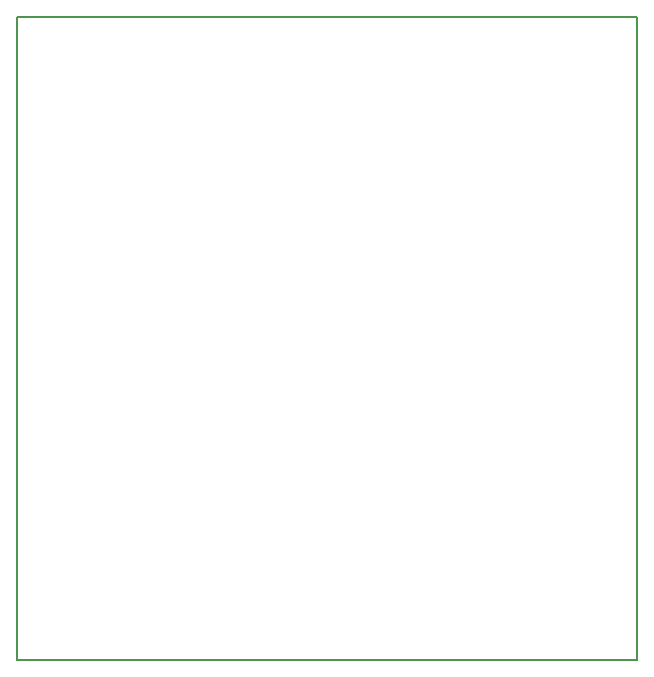
<source format=gbo>
G04 MADE WITH FRITZING*
G04 WWW.FRITZING.ORG*
G04 DOUBLE SIDED*
G04 HOLES PLATED*
G04 CONTOUR ON CENTER OF CONTOUR VECTOR*
%ASAXBY*%
%FSLAX23Y23*%
%MOIN*%
%OFA0B0*%
%SFA1.0B1.0*%
%ADD10R,2.077210X2.150300X2.061210X2.134300*%
%ADD11C,0.008000*%
%LNSILK0*%
G90*
G70*
G54D11*
X4Y2146D02*
X2073Y2146D01*
X2073Y4D01*
X4Y4D01*
X4Y2146D01*
D02*
G04 End of Silk0*
M02*
</source>
